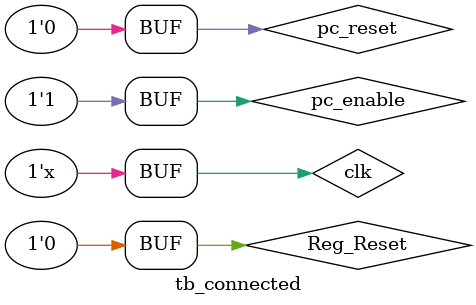
<source format=v>
`timescale 1ns/100ps
module tb_connected();
wire [31:0] alu_out_sig;
reg pc_enable, clk, pc_reset, Reg_Reset;
initial begin
clk = 0;
pc_reset = 1;
Reg_Reset=1;
pc_enable =0;
#1 
Reg_Reset=0;
pc_reset=0;
#1
pc_enable = 1;
end
always #1 clk = ~clk;

CONNECTED_RISC cr_module(pc_enable, clk, pc_reset, Reg_Reset, alu_out_sig);
endmodule

</source>
